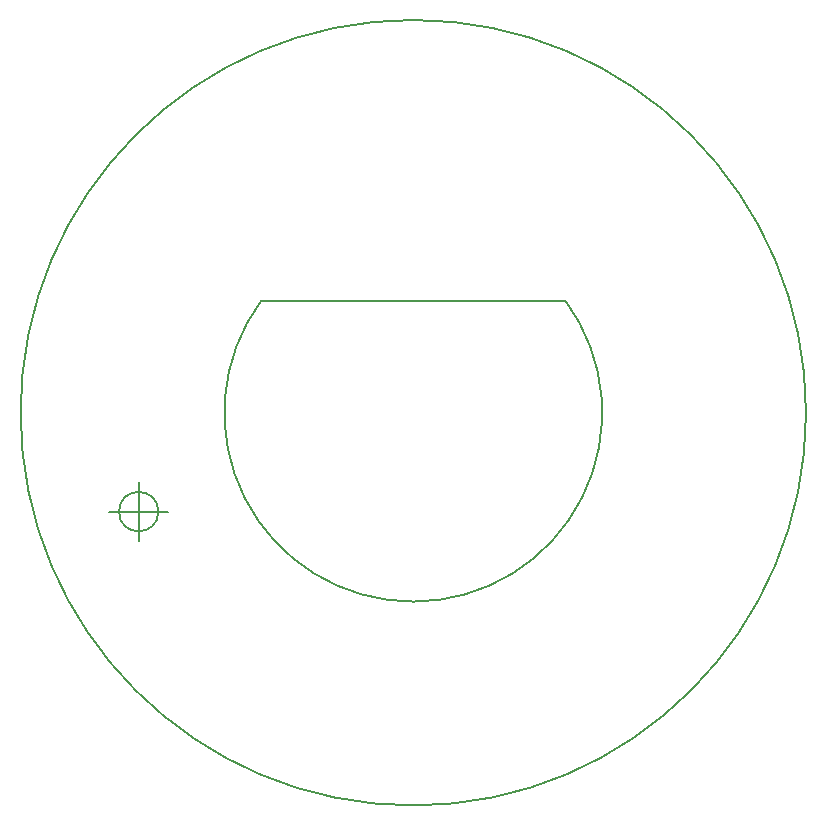
<source format=gbr>
G04 #@! TF.FileFunction,Profile,NP*
%FSLAX46Y46*%
G04 Gerber Fmt 4.6, Leading zero omitted, Abs format (unit mm)*
G04 Created by KiCad (PCBNEW 4.0.7) date Tuesday, April 03, 2018 'AMt' 10:26:05 AM*
%MOMM*%
%LPD*%
G01*
G04 APERTURE LIST*
%ADD10C,0.100000*%
%ADD11C,0.150000*%
G04 APERTURE END LIST*
D10*
D11*
X77413256Y-107373688D02*
G75*
G03X77413256Y-107373688I-1666666J0D01*
G01*
X73246590Y-107373688D02*
X78246590Y-107373688D01*
X75746590Y-104873688D02*
X75746590Y-109873688D01*
X86135219Y-89496468D02*
G75*
G03X111860000Y-89490000I12864781J-9503532D01*
G01*
X132250000Y-99000000D02*
G75*
G03X132250000Y-99000000I-33250000J0D01*
G01*
X111860000Y-89500000D02*
X86140000Y-89500000D01*
M02*

</source>
